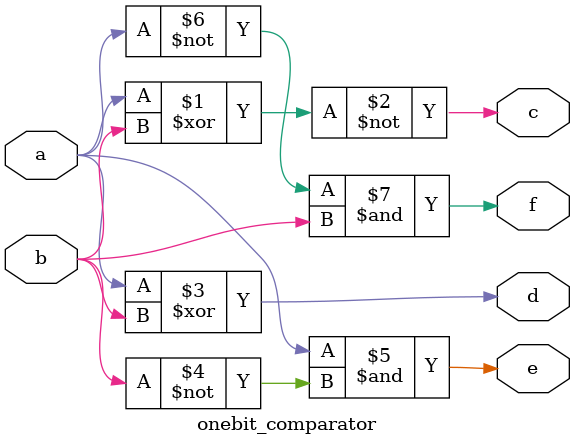
<source format=v>
`timescale 1ns / 1ps

module onebit_comparator(a,b,c,d,e,f);
    input a,b;
    output c,d,e,f;
    assign c = ~(a^b);
    assign d = a^b;
    assign e = a&~b;
    assign f = ~a&b;
endmodule

</source>
